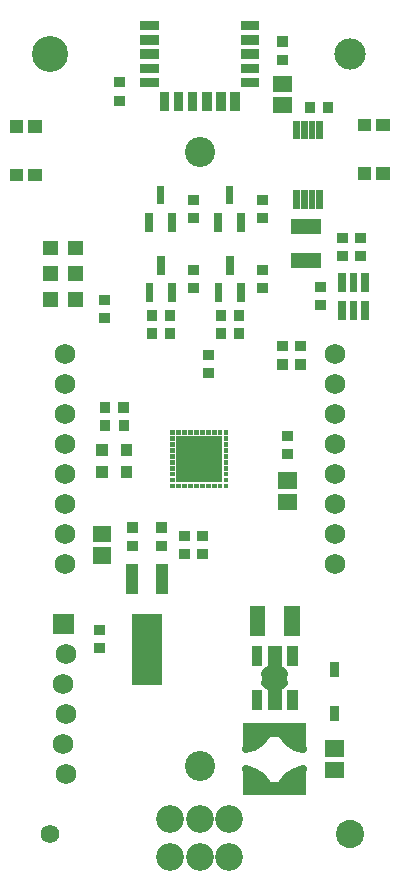
<source format=gbr>
G04 start of page 7 for group -4063 idx -4063 *
G04 Title: (unknown), componentmask *
G04 Creator: pcb 1.99z *
G04 CreationDate: Wed Nov 29 11:54:27 2017 UTC *
G04 For: matt *
G04 Format: Gerber/RS-274X *
G04 PCB-Dimensions (mm): 60.96 109.22 *
G04 PCB-Coordinate-Origin: lower left *
%MOMM*%
%FSLAX43Y43*%
%LNTOPMASK*%
%ADD56C,0.850*%
%ADD55C,0.650*%
%ADD54C,2.393*%
%ADD53C,2.647*%
%ADD52C,3.054*%
%ADD51C,1.580*%
%ADD50C,1.752*%
%ADD49C,0.002*%
%ADD48C,2.552*%
%ADD47C,2.352*%
G54D47*X27980Y19660D03*
X30480D03*
X32980D03*
Y22860D03*
X30480D03*
X27980D03*
G54D48*X30480Y27340D03*
G54D49*G36*
X18047Y40246D02*Y38494D01*
X19799D01*
Y40246D01*
X18047D01*
G37*
G54D50*X19177Y36830D03*
X18923Y34290D03*
X19177Y31750D03*
X18923Y29210D03*
X19177Y26670D03*
G54D51*X17780Y21590D03*
G54D48*X30480Y79340D03*
G54D50*X19050Y62230D03*
Y59690D03*
Y57150D03*
Y54610D03*
Y52070D03*
Y49530D03*
Y46990D03*
Y44450D03*
G54D52*X17780Y87630D03*
G54D50*X41910Y44450D03*
Y46990D03*
Y49530D03*
Y52070D03*
Y54610D03*
Y57150D03*
Y59690D03*
Y62230D03*
G54D53*X43180Y87630D03*
G54D54*Y21590D03*
G54D49*G36*
X36710Y84010D02*Y82630D01*
X38290D01*
Y84010D01*
X36710D01*
G37*
G36*
Y85810D02*Y84430D01*
X38290D01*
Y85810D01*
X36710D01*
G37*
G36*
X37035Y89120D02*Y88270D01*
X37965D01*
Y89120D01*
X37035D01*
G37*
G36*
X37032Y87572D02*Y86718D01*
X37968D01*
Y87572D01*
X37032D01*
G37*
G36*
X33930Y88030D02*Y87230D01*
X35530D01*
Y88030D01*
X33930D01*
G37*
G36*
Y89230D02*Y88430D01*
X35530D01*
Y89230D01*
X33930D01*
G37*
G36*
Y90430D02*Y89630D01*
X35530D01*
Y90430D01*
X33930D01*
G37*
G36*
X23235Y84120D02*Y83270D01*
X24165D01*
Y84120D01*
X23235D01*
G37*
G36*
X27880Y84380D02*X27080D01*
Y82780D01*
X27880D01*
Y84380D01*
G37*
G36*
X26533Y74145D02*X25883D01*
Y72545D01*
X26533D01*
Y74145D01*
G37*
G36*
X27483Y76495D02*X26833D01*
Y74895D01*
X27483D01*
Y76495D01*
G37*
G36*
X28433Y74145D02*X27783D01*
Y72545D01*
X28433D01*
Y74145D01*
G37*
G36*
X23232Y85672D02*Y84818D01*
X24168D01*
Y85672D01*
X23232D01*
G37*
G36*
X25430Y85630D02*Y84830D01*
X27030D01*
Y85630D01*
X25430D01*
G37*
G36*
Y86830D02*Y86030D01*
X27030D01*
Y86830D01*
X25430D01*
G37*
G36*
Y88030D02*Y87230D01*
X27030D01*
Y88030D01*
X25430D01*
G37*
G36*
Y89230D02*Y88430D01*
X27030D01*
Y89230D01*
X25430D01*
G37*
G36*
Y90430D02*Y89630D01*
X27030D01*
Y90430D01*
X25430D01*
G37*
G36*
X14373Y82027D02*Y80977D01*
X15523D01*
Y82027D01*
X14373D01*
G37*
G36*
X17225Y71845D02*Y70595D01*
X18475D01*
Y71845D01*
X17225D01*
G37*
G36*
Y67445D02*Y66195D01*
X18475D01*
Y67445D01*
X17225D01*
G37*
G36*
X19325Y71845D02*Y70595D01*
X20575D01*
Y71845D01*
X19325D01*
G37*
G36*
Y67445D02*Y66195D01*
X20575D01*
Y67445D01*
X19325D01*
G37*
G36*
X17225Y69645D02*Y68395D01*
X18475D01*
Y69645D01*
X17225D01*
G37*
G36*
X19325D02*Y68395D01*
X20575D01*
Y69645D01*
X19325D01*
G37*
G36*
X15973Y82027D02*Y80977D01*
X17123D01*
Y82027D01*
X15973D01*
G37*
G36*
X45437Y82127D02*Y81077D01*
X46587D01*
Y82127D01*
X45437D01*
G37*
G36*
X43837D02*Y81077D01*
X44987D01*
Y82127D01*
X43837D01*
G37*
G36*
X14373Y77927D02*Y76877D01*
X15523D01*
Y77927D01*
X14373D01*
G37*
G36*
X15973D02*Y76877D01*
X17123D01*
Y77927D01*
X15973D01*
G37*
G36*
X43837Y78027D02*Y76977D01*
X44987D01*
Y78027D01*
X43837D01*
G37*
G36*
X45437D02*Y76977D01*
X46587D01*
Y78027D01*
X45437D01*
G37*
G36*
X29080Y84380D02*X28280D01*
Y82780D01*
X29080D01*
Y84380D01*
G37*
G36*
X30280D02*X29480D01*
Y82780D01*
X30280D01*
Y84380D01*
G37*
G36*
X31480D02*X30680D01*
Y82780D01*
X31480D01*
Y84380D01*
G37*
G36*
X32680D02*X31880D01*
Y82780D01*
X32680D01*
Y84380D01*
G37*
G36*
X33880D02*X33080D01*
Y82780D01*
X33880D01*
Y84380D01*
G37*
G36*
X33930Y85630D02*Y84830D01*
X35530D01*
Y85630D01*
X33930D01*
G37*
G36*
Y86830D02*Y86030D01*
X35530D01*
Y86830D01*
X33930D01*
G37*
G36*
X41800Y83585D02*X40950D01*
Y82655D01*
X41800D01*
Y83585D01*
G37*
G36*
X40910Y81982D02*X40360D01*
Y80432D01*
X40910D01*
Y81982D01*
G37*
G36*
X40260D02*X39710D01*
Y80432D01*
X40260D01*
Y81982D01*
G37*
G36*
X39610D02*X39060D01*
Y80432D01*
X39610D01*
Y81982D01*
G37*
G36*
X38960D02*X38410D01*
Y80432D01*
X38960D01*
Y81982D01*
G37*
G36*
X40252Y83588D02*X39398D01*
Y82652D01*
X40252D01*
Y83588D01*
G37*
G36*
X35329Y74170D02*Y73320D01*
X36259D01*
Y74170D01*
X35329D01*
G37*
G36*
X32375Y74145D02*X31725D01*
Y72545D01*
X32375D01*
Y74145D01*
G37*
G36*
X34275D02*X33625D01*
Y72545D01*
X34275D01*
Y74145D01*
G37*
G36*
X29487Y74170D02*Y73320D01*
X30417D01*
Y74170D01*
X29487D01*
G37*
G36*
X38207Y73680D02*Y72380D01*
X40707D01*
Y73680D01*
X38207D01*
G37*
G36*
X35326Y75722D02*Y74868D01*
X36262D01*
Y75722D01*
X35326D01*
G37*
G36*
X33325Y76495D02*X32675D01*
Y74895D01*
X33325D01*
Y76495D01*
G37*
G36*
X29484Y75722D02*Y74868D01*
X30420D01*
Y75722D01*
X29484D01*
G37*
G36*
X38960Y76082D02*X38410D01*
Y74532D01*
X38960D01*
Y76082D01*
G37*
G36*
X39610D02*X39060D01*
Y74532D01*
X39610D01*
Y76082D01*
G37*
G36*
X40260D02*X39710D01*
Y74532D01*
X40260D01*
Y76082D01*
G37*
G36*
X40910D02*X40360D01*
Y74532D01*
X40910D01*
Y76082D01*
G37*
G36*
X40235Y66770D02*Y65920D01*
X41165D01*
Y66770D01*
X40235D01*
G37*
G36*
X40232Y68322D02*Y67468D01*
X41168D01*
Y68322D01*
X40232D01*
G37*
G36*
X44775Y69095D02*X44125D01*
Y67495D01*
X44775D01*
Y69095D01*
G37*
G36*
X43825D02*X43175D01*
Y67495D01*
X43825D01*
Y69095D01*
G37*
G36*
X42875D02*X42225D01*
Y67495D01*
X42875D01*
Y69095D01*
G37*
G36*
X38207Y70780D02*Y69480D01*
X40707D01*
Y70780D01*
X38207D01*
G37*
G36*
X42875Y66745D02*X42225D01*
Y65145D01*
X42875D01*
Y66745D01*
G37*
G36*
X42085Y70920D02*Y70070D01*
X43015D01*
Y70920D01*
X42085D01*
G37*
G36*
X42082Y72472D02*Y71618D01*
X43018D01*
Y72472D01*
X42082D01*
G37*
G36*
X43825Y66745D02*X43175D01*
Y65145D01*
X43825D01*
Y66745D01*
G37*
G36*
X44775D02*X44125D01*
Y65145D01*
X44775D01*
Y66745D01*
G37*
G36*
X43585Y70920D02*Y70070D01*
X44515D01*
Y70920D01*
X43585D01*
G37*
G36*
X43582Y72472D02*Y71618D01*
X44518D01*
Y72472D01*
X43582D01*
G37*
G36*
X21935Y67245D02*Y66395D01*
X22865D01*
Y67245D01*
X21935D01*
G37*
G36*
X21932Y65698D02*Y64842D01*
X22868D01*
Y65698D01*
X21932D01*
G37*
G36*
X22900Y58185D02*X22050D01*
Y57255D01*
X22900D01*
Y58185D01*
G37*
G36*
X24452Y58188D02*X23598D01*
Y57252D01*
X24452D01*
Y58188D01*
G37*
G36*
X22671Y54657D02*X21721D01*
Y53607D01*
X22671D01*
Y54657D01*
G37*
G36*
X22902Y56688D02*X22048D01*
Y55752D01*
X22902D01*
Y56688D01*
G37*
G36*
X24771Y54657D02*X23821D01*
Y53607D01*
X24771D01*
Y54657D01*
G37*
G36*
X24450Y56685D02*X23600D01*
Y55755D01*
X24450D01*
Y56685D01*
G37*
G36*
X22671Y52757D02*X21721D01*
Y51707D01*
X22671D01*
Y52757D01*
G37*
G36*
X24771D02*X23821D01*
Y51707D01*
X24771D01*
Y52757D01*
G37*
G36*
X30735Y62595D02*Y61745D01*
X31665D01*
Y62595D01*
X30735D01*
G37*
G36*
X30732Y61048D02*Y60192D01*
X31668D01*
Y61048D01*
X30732D01*
G37*
G36*
X34220Y64473D02*X33370D01*
Y63543D01*
X34220D01*
Y64473D01*
G37*
G36*
X32672Y64476D02*X31818D01*
Y63540D01*
X32672D01*
Y64476D01*
G37*
G36*
Y66000D02*X31818D01*
Y65064D01*
X32672D01*
Y66000D01*
G37*
G36*
X28378Y64473D02*X27528D01*
Y63543D01*
X28378D01*
Y64473D01*
G37*
G36*
X26830Y64476D02*X25976D01*
Y63540D01*
X26830D01*
Y64476D01*
G37*
G36*
X28378Y65997D02*X27528D01*
Y65067D01*
X28378D01*
Y65997D01*
G37*
G36*
X26830Y66000D02*X25976D01*
Y65064D01*
X26830D01*
Y66000D01*
G37*
G36*
X32395Y68205D02*X31745D01*
Y66605D01*
X32395D01*
Y68205D01*
G37*
G36*
X33345Y70555D02*X32695D01*
Y68955D01*
X33345D01*
Y70555D01*
G37*
G36*
X29507Y68230D02*Y67380D01*
X30437D01*
Y68230D01*
X29507D01*
G37*
G36*
X29504Y69782D02*Y68928D01*
X30440D01*
Y69782D01*
X29504D01*
G37*
G36*
X26553Y68205D02*X25903D01*
Y66605D01*
X26553D01*
Y68205D01*
G37*
G36*
X27503Y70555D02*X26853D01*
Y68955D01*
X27503D01*
Y70555D01*
G37*
G36*
X28453Y68205D02*X27803D01*
Y66605D01*
X28453D01*
Y68205D01*
G37*
G36*
X27999Y55771D02*Y55369D01*
X28401D01*
Y55771D01*
X27999D01*
G37*
G36*
Y55271D02*Y54869D01*
X28401D01*
Y55271D01*
X27999D01*
G37*
G36*
Y54771D02*Y54369D01*
X28401D01*
Y54771D01*
X27999D01*
G37*
G36*
Y54271D02*Y53869D01*
X28401D01*
Y54271D01*
X27999D01*
G37*
G36*
Y53771D02*Y53369D01*
X28401D01*
Y53771D01*
X27999D01*
G37*
G36*
Y53271D02*Y52869D01*
X28401D01*
Y53271D01*
X27999D01*
G37*
G36*
Y52771D02*Y52369D01*
X28401D01*
Y52771D01*
X27999D01*
G37*
G36*
Y52271D02*Y51869D01*
X28401D01*
Y52271D01*
X27999D01*
G37*
G36*
X28499Y55771D02*Y55369D01*
X28901D01*
Y55771D01*
X28499D01*
G37*
G36*
X32499Y52271D02*Y51869D01*
X32901D01*
Y52271D01*
X32499D01*
G37*
G36*
Y52771D02*Y52369D01*
X32901D01*
Y52771D01*
X32499D01*
G37*
G36*
Y53271D02*Y52869D01*
X32901D01*
Y53271D01*
X32499D01*
G37*
G36*
Y53771D02*Y53369D01*
X32901D01*
Y53771D01*
X32499D01*
G37*
G36*
Y54271D02*Y53869D01*
X32901D01*
Y54271D01*
X32499D01*
G37*
G36*
Y54771D02*Y54369D01*
X32901D01*
Y54771D01*
X32499D01*
G37*
G36*
Y55271D02*Y54869D01*
X32901D01*
Y55271D01*
X32499D01*
G37*
G36*
Y55771D02*Y55369D01*
X32901D01*
Y55771D01*
X32499D01*
G37*
G36*
X31999D02*Y55369D01*
X32401D01*
Y55771D01*
X31999D01*
G37*
G36*
X31499D02*Y55369D01*
X31901D01*
Y55771D01*
X31499D01*
G37*
G36*
X30999D02*Y55369D01*
X31401D01*
Y55771D01*
X30999D01*
G37*
G36*
X30499D02*Y55369D01*
X30901D01*
Y55771D01*
X30499D01*
G37*
G36*
X29999D02*Y55369D01*
X30401D01*
Y55771D01*
X29999D01*
G37*
G36*
X29499D02*Y55369D01*
X29901D01*
Y55771D01*
X29499D01*
G37*
G36*
X28999D02*Y55369D01*
X29401D01*
Y55771D01*
X28999D01*
G37*
G36*
X34295Y68205D02*X33645D01*
Y66605D01*
X34295D01*
Y68205D01*
G37*
G36*
X35349Y68230D02*Y67380D01*
X36279D01*
Y68230D01*
X35349D01*
G37*
G36*
X35346Y69782D02*Y68928D01*
X36282D01*
Y69782D01*
X35346D01*
G37*
G36*
X34220Y65997D02*X33370D01*
Y65067D01*
X34220D01*
Y65997D01*
G37*
G36*
X38535Y63320D02*Y62470D01*
X39465D01*
Y63320D01*
X38535D01*
G37*
G36*
X38532Y61772D02*Y60918D01*
X39468D01*
Y61772D01*
X38532D01*
G37*
G36*
X37035Y63320D02*Y62470D01*
X37965D01*
Y63320D01*
X37035D01*
G37*
G36*
X37032Y61772D02*Y60918D01*
X37968D01*
Y61772D01*
X37032D01*
G37*
G36*
X34180Y26040D02*Y24890D01*
X39480D01*
Y26040D01*
X34180D01*
G37*
G36*
X38590Y27165D02*Y26705D01*
X39480D01*
Y27165D01*
X38590D01*
G37*
G36*
X36050Y26490D02*X35510D01*
Y25890D01*
X36050D01*
Y26490D01*
G37*
G36*
X38150D02*X37610D01*
Y25890D01*
X38150D01*
Y26490D01*
G37*
G54D55*X37980Y26510D02*X38565Y26880D01*
X37980Y29370D02*X38565Y29000D01*
X39260Y28810D01*
G54D49*G36*
X38590Y29175D02*Y28715D01*
X39480D01*
Y29175D01*
X38590D01*
G37*
G54D55*X38565Y26880D02*X39260Y27070D01*
X37545Y25965D02*X37980Y26510D01*
G54D49*G36*
X38000Y26855D02*Y25890D01*
X39480D01*
Y26855D01*
X38000D01*
G37*
G36*
X34180Y29175D02*Y28715D01*
X35070D01*
Y29175D01*
X34180D01*
G37*
G36*
X41120Y29530D02*Y28150D01*
X42700D01*
Y29530D01*
X41120D01*
G37*
G36*
Y27730D02*Y26350D01*
X42700D01*
Y27730D01*
X41120D01*
G37*
G54D55*X37545Y29915D02*X37980Y29370D01*
G54D49*G36*
X34180Y30990D02*Y29840D01*
X39480D01*
Y30990D01*
X34180D01*
G37*
G36*
X38000Y29990D02*Y29025D01*
X39480D01*
Y29990D01*
X38000D01*
G37*
G36*
X38150D02*X37610D01*
Y29390D01*
X38150D01*
Y29990D01*
G37*
G36*
X36050D02*X35510D01*
Y29390D01*
X36050D01*
Y29990D01*
G37*
G54D55*X35680Y29370D02*X36115Y29915D01*
X35095Y29000D02*X35680Y29370D01*
X34400Y28810D02*X35095Y29000D01*
G54D49*G36*
X34180Y29990D02*Y29025D01*
X35660D01*
Y29990D01*
X34180D01*
G37*
G54D55*X35680Y26510D02*X36115Y25965D01*
X35095Y26880D02*X35680Y26510D01*
X34400Y27070D02*X35095Y26880D01*
G54D49*G36*
X34180Y26855D02*Y25890D01*
X35660D01*
Y26855D01*
X34180D01*
G37*
G36*
Y27165D02*Y26705D01*
X35070D01*
Y27165D01*
X34180D01*
G37*
G54D56*X36110Y34418D02*X36350Y34178D01*
X36110Y35178D02*X36350Y35418D01*
G54D49*G36*
X35755Y37473D02*X34905D01*
Y35823D01*
X35755D01*
Y37473D01*
G37*
G36*
Y33773D02*X34905D01*
Y32123D01*
X35755D01*
Y33773D01*
G37*
G36*
X37405Y37473D02*X36255D01*
Y34873D01*
X37405D01*
Y37473D01*
G37*
G36*
Y34773D02*X36255D01*
Y32123D01*
X37405D01*
Y34773D01*
G37*
G54D56*X37310Y34178D02*X37550Y34418D01*
G54D49*G36*
X35755Y35273D02*Y34323D01*
X37905D01*
Y35273D01*
X35755D01*
G37*
G36*
X42285Y36135D02*X41535D01*
Y34885D01*
X42285D01*
Y36135D01*
G37*
G36*
Y32435D02*X41535D01*
Y31185D01*
X42285D01*
Y32435D01*
G37*
G54D56*X37310Y35418D02*X37550Y35178D01*
G54D49*G36*
X38755Y37473D02*X37905D01*
Y35823D01*
X38755D01*
Y37473D01*
G37*
G36*
Y33773D02*X37905D01*
Y32123D01*
X38755D01*
Y33773D01*
G37*
G36*
X21538Y37774D02*Y36920D01*
X22474D01*
Y37774D01*
X21538D01*
G37*
G36*
X36030Y40874D02*X34730D01*
Y38374D01*
X36030D01*
Y40874D01*
G37*
G36*
X21541Y39322D02*Y38472D01*
X22471D01*
Y39322D01*
X21541D01*
G37*
G36*
X27276Y40246D02*X24724D01*
Y34194D01*
X27276D01*
Y40246D01*
G37*
G36*
X21410Y45860D02*Y44480D01*
X22990D01*
Y45860D01*
X21410D01*
G37*
G36*
Y47660D02*Y46280D01*
X22990D01*
Y47660D01*
X21410D01*
G37*
G36*
X26782Y46422D02*Y45568D01*
X27718D01*
Y46422D01*
X26782D01*
G37*
G36*
X24282D02*Y45568D01*
X25218D01*
Y46422D01*
X24282D01*
G37*
G36*
X25256Y44496D02*X24204D01*
Y41944D01*
X25256D01*
Y44496D01*
G37*
G36*
X24285Y47970D02*Y47120D01*
X25215D01*
Y47970D01*
X24285D01*
G37*
G36*
X27796Y44496D02*X26744D01*
Y41944D01*
X27796D01*
Y44496D01*
G37*
G36*
X38930Y40874D02*X37630D01*
Y38374D01*
X38930D01*
Y40874D01*
G37*
G36*
X37110Y52210D02*Y50830D01*
X38690D01*
Y52210D01*
X37110D01*
G37*
G36*
Y50410D02*Y49030D01*
X38690D01*
Y50410D01*
X37110D01*
G37*
G36*
X37435Y55745D02*Y54895D01*
X38365D01*
Y55745D01*
X37435D01*
G37*
G36*
X37432Y54198D02*Y53342D01*
X38368D01*
Y54198D01*
X37432D01*
G37*
G36*
X26785Y47970D02*Y47120D01*
X27715D01*
Y47970D01*
X26785D01*
G37*
G36*
X30235Y45720D02*Y44870D01*
X31165D01*
Y45720D01*
X30235D01*
G37*
G36*
X28735D02*Y44870D01*
X29665D01*
Y45720D01*
X28735D01*
G37*
G36*
X30232Y47272D02*Y46418D01*
X31168D01*
Y47272D01*
X30232D01*
G37*
G36*
X28732D02*Y46418D01*
X29668D01*
Y47272D01*
X28732D01*
G37*
G36*
X27999Y51771D02*Y51369D01*
X28401D01*
Y51771D01*
X27999D01*
G37*
G36*
Y51271D02*Y50869D01*
X28401D01*
Y51271D01*
X27999D01*
G37*
G36*
X28499D02*Y50869D01*
X28901D01*
Y51271D01*
X28499D01*
G37*
G36*
X28999D02*Y50869D01*
X29401D01*
Y51271D01*
X28999D01*
G37*
G36*
X29499D02*Y50869D01*
X29901D01*
Y51271D01*
X29499D01*
G37*
G36*
X30499D02*Y50869D01*
X30901D01*
Y51271D01*
X30499D01*
G37*
G36*
X30999D02*Y50869D01*
X31401D01*
Y51271D01*
X30999D01*
G37*
G36*
X31499D02*Y50869D01*
X31901D01*
Y51271D01*
X31499D01*
G37*
G36*
X31999D02*Y50869D01*
X32401D01*
Y51271D01*
X31999D01*
G37*
G36*
X32499D02*Y50869D01*
X32901D01*
Y51271D01*
X32499D01*
G37*
G36*
Y51771D02*Y51369D01*
X32901D01*
Y51771D01*
X32499D01*
G37*
G36*
X29999Y51271D02*Y50869D01*
X30401D01*
Y51271D01*
X29999D01*
G37*
G36*
X29586Y55271D02*X28499D01*
Y51369D01*
X29586D01*
Y55271D01*
G37*
G36*
X30526D02*X29434D01*
Y51369D01*
X30526D01*
Y55271D01*
G37*
G36*
X31466D02*X30374D01*
Y51369D01*
X31466D01*
Y55271D01*
G37*
G36*
X32401D02*X31314D01*
Y51369D01*
X32401D01*
Y55271D01*
G37*
M02*

</source>
